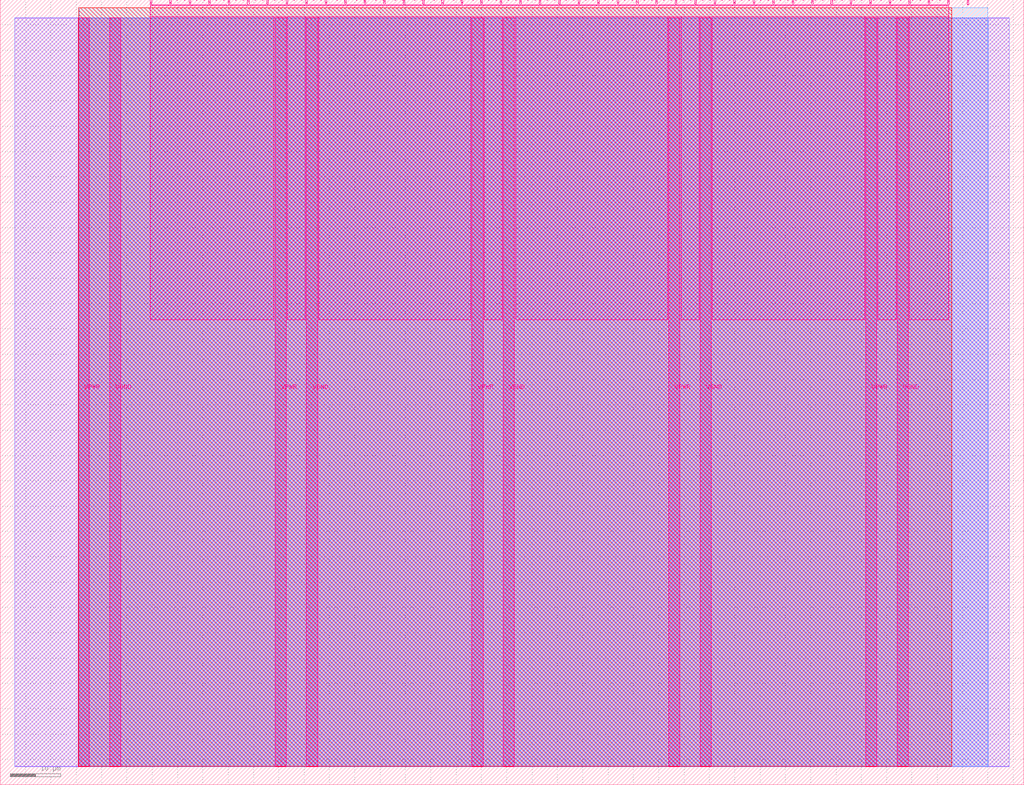
<source format=lef>
VERSION 5.7 ;
  NOWIREEXTENSIONATPIN ON ;
  DIVIDERCHAR "/" ;
  BUSBITCHARS "[]" ;
MACRO tt_um_adder_accumulator_sathworld
  CLASS BLOCK ;
  FOREIGN tt_um_adder_accumulator_sathworld ;
  ORIGIN 0.000 0.000 ;
  SIZE 202.080 BY 154.980 ;
  PIN VGND
    DIRECTION INOUT ;
    USE GROUND ;
    PORT
      LAYER Metal5 ;
        RECT 21.580 3.560 23.780 151.420 ;
    END
    PORT
      LAYER Metal5 ;
        RECT 60.450 3.560 62.650 151.420 ;
    END
    PORT
      LAYER Metal5 ;
        RECT 99.320 3.560 101.520 151.420 ;
    END
    PORT
      LAYER Metal5 ;
        RECT 138.190 3.560 140.390 151.420 ;
    END
    PORT
      LAYER Metal5 ;
        RECT 177.060 3.560 179.260 151.420 ;
    END
  END VGND
  PIN VPWR
    DIRECTION INOUT ;
    USE POWER ;
    PORT
      LAYER Metal5 ;
        RECT 15.380 3.560 17.580 151.420 ;
    END
    PORT
      LAYER Metal5 ;
        RECT 54.250 3.560 56.450 151.420 ;
    END
    PORT
      LAYER Metal5 ;
        RECT 93.120 3.560 95.320 151.420 ;
    END
    PORT
      LAYER Metal5 ;
        RECT 131.990 3.560 134.190 151.420 ;
    END
    PORT
      LAYER Metal5 ;
        RECT 170.860 3.560 173.060 151.420 ;
    END
  END VPWR
  PIN clk
    DIRECTION INPUT ;
    USE SIGNAL ;
    ANTENNAGATEAREA 0.213200 ;
    PORT
      LAYER Metal5 ;
        RECT 187.050 153.980 187.350 154.980 ;
    END
  END clk
  PIN ena
    DIRECTION INPUT ;
    USE SIGNAL ;
    PORT
      LAYER Metal5 ;
        RECT 190.890 153.980 191.190 154.980 ;
    END
  END ena
  PIN rst_n
    DIRECTION INPUT ;
    USE SIGNAL ;
    ANTENNAGATEAREA 0.629200 ;
    PORT
      LAYER Metal5 ;
        RECT 183.210 153.980 183.510 154.980 ;
    END
  END rst_n
  PIN ui_in[0]
    DIRECTION INPUT ;
    USE SIGNAL ;
    ANTENNAGATEAREA 0.180700 ;
    PORT
      LAYER Metal5 ;
        RECT 179.370 153.980 179.670 154.980 ;
    END
  END ui_in[0]
  PIN ui_in[1]
    DIRECTION INPUT ;
    USE SIGNAL ;
    ANTENNAGATEAREA 0.180700 ;
    PORT
      LAYER Metal5 ;
        RECT 175.530 153.980 175.830 154.980 ;
    END
  END ui_in[1]
  PIN ui_in[2]
    DIRECTION INPUT ;
    USE SIGNAL ;
    ANTENNAGATEAREA 0.180700 ;
    PORT
      LAYER Metal5 ;
        RECT 171.690 153.980 171.990 154.980 ;
    END
  END ui_in[2]
  PIN ui_in[3]
    DIRECTION INPUT ;
    USE SIGNAL ;
    ANTENNAGATEAREA 0.180700 ;
    PORT
      LAYER Metal5 ;
        RECT 167.850 153.980 168.150 154.980 ;
    END
  END ui_in[3]
  PIN ui_in[4]
    DIRECTION INPUT ;
    USE SIGNAL ;
    ANTENNAGATEAREA 0.180700 ;
    PORT
      LAYER Metal5 ;
        RECT 164.010 153.980 164.310 154.980 ;
    END
  END ui_in[4]
  PIN ui_in[5]
    DIRECTION INPUT ;
    USE SIGNAL ;
    ANTENNAGATEAREA 0.180700 ;
    PORT
      LAYER Metal5 ;
        RECT 160.170 153.980 160.470 154.980 ;
    END
  END ui_in[5]
  PIN ui_in[6]
    DIRECTION INPUT ;
    USE SIGNAL ;
    ANTENNAGATEAREA 0.180700 ;
    PORT
      LAYER Metal5 ;
        RECT 156.330 153.980 156.630 154.980 ;
    END
  END ui_in[6]
  PIN ui_in[7]
    DIRECTION INPUT ;
    USE SIGNAL ;
    ANTENNAGATEAREA 0.180700 ;
    PORT
      LAYER Metal5 ;
        RECT 152.490 153.980 152.790 154.980 ;
    END
  END ui_in[7]
  PIN uio_in[0]
    DIRECTION INPUT ;
    USE SIGNAL ;
    PORT
      LAYER Metal5 ;
        RECT 148.650 153.980 148.950 154.980 ;
    END
  END uio_in[0]
  PIN uio_in[1]
    DIRECTION INPUT ;
    USE SIGNAL ;
    PORT
      LAYER Metal5 ;
        RECT 144.810 153.980 145.110 154.980 ;
    END
  END uio_in[1]
  PIN uio_in[2]
    DIRECTION INPUT ;
    USE SIGNAL ;
    ANTENNAGATEAREA 0.314600 ;
    PORT
      LAYER Metal5 ;
        RECT 140.970 153.980 141.270 154.980 ;
    END
  END uio_in[2]
  PIN uio_in[3]
    DIRECTION INPUT ;
    USE SIGNAL ;
    ANTENNAGATEAREA 0.180700 ;
    PORT
      LAYER Metal5 ;
        RECT 137.130 153.980 137.430 154.980 ;
    END
  END uio_in[3]
  PIN uio_in[4]
    DIRECTION INPUT ;
    USE SIGNAL ;
    ANTENNAGATEAREA 0.180700 ;
    PORT
      LAYER Metal5 ;
        RECT 133.290 153.980 133.590 154.980 ;
    END
  END uio_in[4]
  PIN uio_in[5]
    DIRECTION INPUT ;
    USE SIGNAL ;
    ANTENNAGATEAREA 0.314600 ;
    PORT
      LAYER Metal5 ;
        RECT 129.450 153.980 129.750 154.980 ;
    END
  END uio_in[5]
  PIN uio_in[6]
    DIRECTION INPUT ;
    USE SIGNAL ;
    ANTENNAGATEAREA 0.314600 ;
    PORT
      LAYER Metal5 ;
        RECT 125.610 153.980 125.910 154.980 ;
    END
  END uio_in[6]
  PIN uio_in[7]
    DIRECTION INPUT ;
    USE SIGNAL ;
    ANTENNAGATEAREA 0.314600 ;
    PORT
      LAYER Metal5 ;
        RECT 121.770 153.980 122.070 154.980 ;
    END
  END uio_in[7]
  PIN uio_oe[0]
    DIRECTION OUTPUT ;
    USE SIGNAL ;
    ANTENNADIFFAREA 0.392700 ;
    PORT
      LAYER Metal5 ;
        RECT 56.490 153.980 56.790 154.980 ;
    END
  END uio_oe[0]
  PIN uio_oe[1]
    DIRECTION OUTPUT ;
    USE SIGNAL ;
    ANTENNADIFFAREA 0.392700 ;
    PORT
      LAYER Metal5 ;
        RECT 52.650 153.980 52.950 154.980 ;
    END
  END uio_oe[1]
  PIN uio_oe[2]
    DIRECTION OUTPUT ;
    USE SIGNAL ;
    ANTENNADIFFAREA 0.299200 ;
    PORT
      LAYER Metal5 ;
        RECT 48.810 153.980 49.110 154.980 ;
    END
  END uio_oe[2]
  PIN uio_oe[3]
    DIRECTION OUTPUT ;
    USE SIGNAL ;
    ANTENNADIFFAREA 0.299200 ;
    PORT
      LAYER Metal5 ;
        RECT 44.970 153.980 45.270 154.980 ;
    END
  END uio_oe[3]
  PIN uio_oe[4]
    DIRECTION OUTPUT ;
    USE SIGNAL ;
    ANTENNADIFFAREA 0.299200 ;
    PORT
      LAYER Metal5 ;
        RECT 41.130 153.980 41.430 154.980 ;
    END
  END uio_oe[4]
  PIN uio_oe[5]
    DIRECTION OUTPUT ;
    USE SIGNAL ;
    ANTENNADIFFAREA 0.299200 ;
    PORT
      LAYER Metal5 ;
        RECT 37.290 153.980 37.590 154.980 ;
    END
  END uio_oe[5]
  PIN uio_oe[6]
    DIRECTION OUTPUT ;
    USE SIGNAL ;
    ANTENNADIFFAREA 0.299200 ;
    PORT
      LAYER Metal5 ;
        RECT 33.450 153.980 33.750 154.980 ;
    END
  END uio_oe[6]
  PIN uio_oe[7]
    DIRECTION OUTPUT ;
    USE SIGNAL ;
    ANTENNADIFFAREA 0.299200 ;
    PORT
      LAYER Metal5 ;
        RECT 29.610 153.980 29.910 154.980 ;
    END
  END uio_oe[7]
  PIN uio_out[0]
    DIRECTION OUTPUT ;
    USE SIGNAL ;
    ANTENNADIFFAREA 0.654800 ;
    PORT
      LAYER Metal5 ;
        RECT 87.210 153.980 87.510 154.980 ;
    END
  END uio_out[0]
  PIN uio_out[1]
    DIRECTION OUTPUT ;
    USE SIGNAL ;
    ANTENNADIFFAREA 0.654800 ;
    PORT
      LAYER Metal5 ;
        RECT 83.370 153.980 83.670 154.980 ;
    END
  END uio_out[1]
  PIN uio_out[2]
    DIRECTION OUTPUT ;
    USE SIGNAL ;
    ANTENNADIFFAREA 0.299200 ;
    PORT
      LAYER Metal5 ;
        RECT 79.530 153.980 79.830 154.980 ;
    END
  END uio_out[2]
  PIN uio_out[3]
    DIRECTION OUTPUT ;
    USE SIGNAL ;
    ANTENNADIFFAREA 0.299200 ;
    PORT
      LAYER Metal5 ;
        RECT 75.690 153.980 75.990 154.980 ;
    END
  END uio_out[3]
  PIN uio_out[4]
    DIRECTION OUTPUT ;
    USE SIGNAL ;
    ANTENNADIFFAREA 0.299200 ;
    PORT
      LAYER Metal5 ;
        RECT 71.850 153.980 72.150 154.980 ;
    END
  END uio_out[4]
  PIN uio_out[5]
    DIRECTION OUTPUT ;
    USE SIGNAL ;
    ANTENNADIFFAREA 0.299200 ;
    PORT
      LAYER Metal5 ;
        RECT 68.010 153.980 68.310 154.980 ;
    END
  END uio_out[5]
  PIN uio_out[6]
    DIRECTION OUTPUT ;
    USE SIGNAL ;
    ANTENNADIFFAREA 0.299200 ;
    PORT
      LAYER Metal5 ;
        RECT 64.170 153.980 64.470 154.980 ;
    END
  END uio_out[6]
  PIN uio_out[7]
    DIRECTION OUTPUT ;
    USE SIGNAL ;
    ANTENNADIFFAREA 0.299200 ;
    PORT
      LAYER Metal5 ;
        RECT 60.330 153.980 60.630 154.980 ;
    END
  END uio_out[7]
  PIN uo_out[0]
    DIRECTION OUTPUT ;
    USE SIGNAL ;
    ANTENNADIFFAREA 1.008100 ;
    PORT
      LAYER Metal5 ;
        RECT 117.930 153.980 118.230 154.980 ;
    END
  END uo_out[0]
  PIN uo_out[1]
    DIRECTION OUTPUT ;
    USE SIGNAL ;
    ANTENNADIFFAREA 1.008100 ;
    PORT
      LAYER Metal5 ;
        RECT 114.090 153.980 114.390 154.980 ;
    END
  END uo_out[1]
  PIN uo_out[2]
    DIRECTION OUTPUT ;
    USE SIGNAL ;
    ANTENNADIFFAREA 1.023000 ;
    PORT
      LAYER Metal5 ;
        RECT 110.250 153.980 110.550 154.980 ;
    END
  END uo_out[2]
  PIN uo_out[3]
    DIRECTION OUTPUT ;
    USE SIGNAL ;
    ANTENNADIFFAREA 1.023000 ;
    PORT
      LAYER Metal5 ;
        RECT 106.410 153.980 106.710 154.980 ;
    END
  END uo_out[3]
  PIN uo_out[4]
    DIRECTION OUTPUT ;
    USE SIGNAL ;
    ANTENNADIFFAREA 1.008100 ;
    PORT
      LAYER Metal5 ;
        RECT 102.570 153.980 102.870 154.980 ;
    END
  END uo_out[4]
  PIN uo_out[5]
    DIRECTION OUTPUT ;
    USE SIGNAL ;
    ANTENNADIFFAREA 1.008100 ;
    PORT
      LAYER Metal5 ;
        RECT 98.730 153.980 99.030 154.980 ;
    END
  END uo_out[5]
  PIN uo_out[6]
    DIRECTION OUTPUT ;
    USE SIGNAL ;
    ANTENNADIFFAREA 1.008100 ;
    PORT
      LAYER Metal5 ;
        RECT 94.890 153.980 95.190 154.980 ;
    END
  END uo_out[6]
  PIN uo_out[7]
    DIRECTION OUTPUT ;
    USE SIGNAL ;
    ANTENNADIFFAREA 1.008100 ;
    PORT
      LAYER Metal5 ;
        RECT 91.050 153.980 91.350 154.980 ;
    END
  END uo_out[7]
  OBS
      LAYER GatPoly ;
        RECT 2.880 3.630 199.200 151.350 ;
      LAYER Metal1 ;
        RECT 2.880 3.560 199.200 151.420 ;
      LAYER Metal2 ;
        RECT 15.515 3.680 195.025 151.300 ;
      LAYER Metal3 ;
        RECT 15.560 3.635 194.980 153.445 ;
      LAYER Metal4 ;
        RECT 15.515 3.680 187.825 153.400 ;
      LAYER Metal5 ;
        RECT 30.120 153.770 33.240 153.980 ;
        RECT 33.960 153.770 37.080 153.980 ;
        RECT 37.800 153.770 40.920 153.980 ;
        RECT 41.640 153.770 44.760 153.980 ;
        RECT 45.480 153.770 48.600 153.980 ;
        RECT 49.320 153.770 52.440 153.980 ;
        RECT 53.160 153.770 56.280 153.980 ;
        RECT 57.000 153.770 60.120 153.980 ;
        RECT 60.840 153.770 63.960 153.980 ;
        RECT 64.680 153.770 67.800 153.980 ;
        RECT 68.520 153.770 71.640 153.980 ;
        RECT 72.360 153.770 75.480 153.980 ;
        RECT 76.200 153.770 79.320 153.980 ;
        RECT 80.040 153.770 83.160 153.980 ;
        RECT 83.880 153.770 87.000 153.980 ;
        RECT 87.720 153.770 90.840 153.980 ;
        RECT 91.560 153.770 94.680 153.980 ;
        RECT 95.400 153.770 98.520 153.980 ;
        RECT 99.240 153.770 102.360 153.980 ;
        RECT 103.080 153.770 106.200 153.980 ;
        RECT 106.920 153.770 110.040 153.980 ;
        RECT 110.760 153.770 113.880 153.980 ;
        RECT 114.600 153.770 117.720 153.980 ;
        RECT 118.440 153.770 121.560 153.980 ;
        RECT 122.280 153.770 125.400 153.980 ;
        RECT 126.120 153.770 129.240 153.980 ;
        RECT 129.960 153.770 133.080 153.980 ;
        RECT 133.800 153.770 136.920 153.980 ;
        RECT 137.640 153.770 140.760 153.980 ;
        RECT 141.480 153.770 144.600 153.980 ;
        RECT 145.320 153.770 148.440 153.980 ;
        RECT 149.160 153.770 152.280 153.980 ;
        RECT 153.000 153.770 156.120 153.980 ;
        RECT 156.840 153.770 159.960 153.980 ;
        RECT 160.680 153.770 163.800 153.980 ;
        RECT 164.520 153.770 167.640 153.980 ;
        RECT 168.360 153.770 171.480 153.980 ;
        RECT 172.200 153.770 175.320 153.980 ;
        RECT 176.040 153.770 179.160 153.980 ;
        RECT 179.880 153.770 183.000 153.980 ;
        RECT 183.720 153.770 186.840 153.980 ;
        RECT 29.660 151.630 187.300 153.770 ;
        RECT 29.660 91.835 54.040 151.630 ;
        RECT 56.660 91.835 60.240 151.630 ;
        RECT 62.860 91.835 92.910 151.630 ;
        RECT 95.530 91.835 99.110 151.630 ;
        RECT 101.730 91.835 131.780 151.630 ;
        RECT 134.400 91.835 137.980 151.630 ;
        RECT 140.600 91.835 170.650 151.630 ;
        RECT 173.270 91.835 176.850 151.630 ;
        RECT 179.470 91.835 187.300 151.630 ;
  END
END tt_um_adder_accumulator_sathworld
END LIBRARY


</source>
